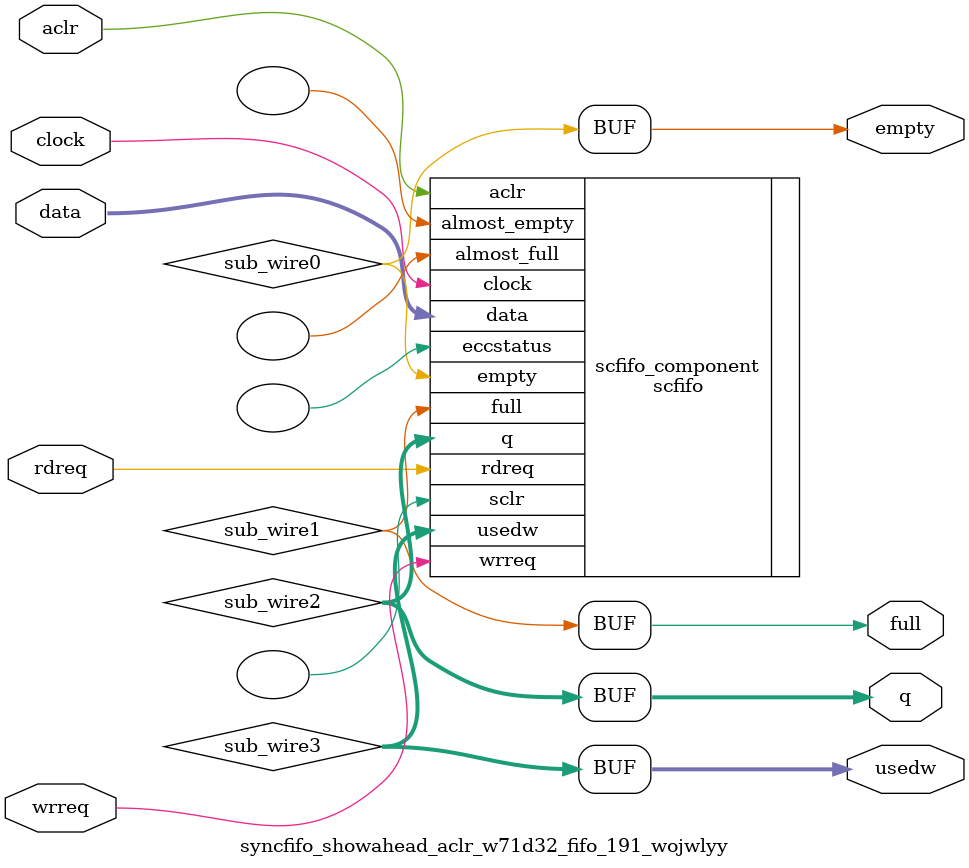
<source format=v>



`timescale 1 ps / 1 ps
// synopsys translate_on
module  syncfifo_showahead_aclr_w71d32_fifo_191_wojwlyy  (
    aclr,
    clock,
    data,
    rdreq,
    wrreq,
    empty,
    full,
    q,
    usedw);

    input    aclr;
    input    clock;
    input  [70:0]  data;
    input    rdreq;
    input    wrreq;
    output   empty;
    output   full;
    output [70:0]  q;
    output [4:0]  usedw;

    wire  sub_wire0;
    wire  sub_wire1;
    wire [70:0] sub_wire2;
    wire [4:0] sub_wire3;
    wire  empty = sub_wire0;
    wire  full = sub_wire1;
    wire [70:0] q = sub_wire2[70:0];
    wire [4:0] usedw = sub_wire3[4:0];

    scfifo  scfifo_component (
                .aclr (aclr),
                .clock (clock),
                .data (data),
                .rdreq (rdreq),
                .wrreq (wrreq),
                .empty (sub_wire0),
                .full (sub_wire1),
                .q (sub_wire2),
                .usedw (sub_wire3),
                .almost_empty (),
                .almost_full (),
                .eccstatus (),
                .sclr ());
    defparam
        scfifo_component.add_ram_output_register  = "OFF",
        scfifo_component.enable_ecc  = "FALSE",
        scfifo_component.intended_device_family  = "Arria 10",
        scfifo_component.lpm_numwords  = 32,
        scfifo_component.lpm_showahead  = "ON",
        scfifo_component.lpm_type  = "scfifo",
        scfifo_component.lpm_width  = 71,
        scfifo_component.lpm_widthu  = 5,
        scfifo_component.overflow_checking  = "ON",
        scfifo_component.underflow_checking  = "ON",
        scfifo_component.use_eab  = "ON";


endmodule



</source>
